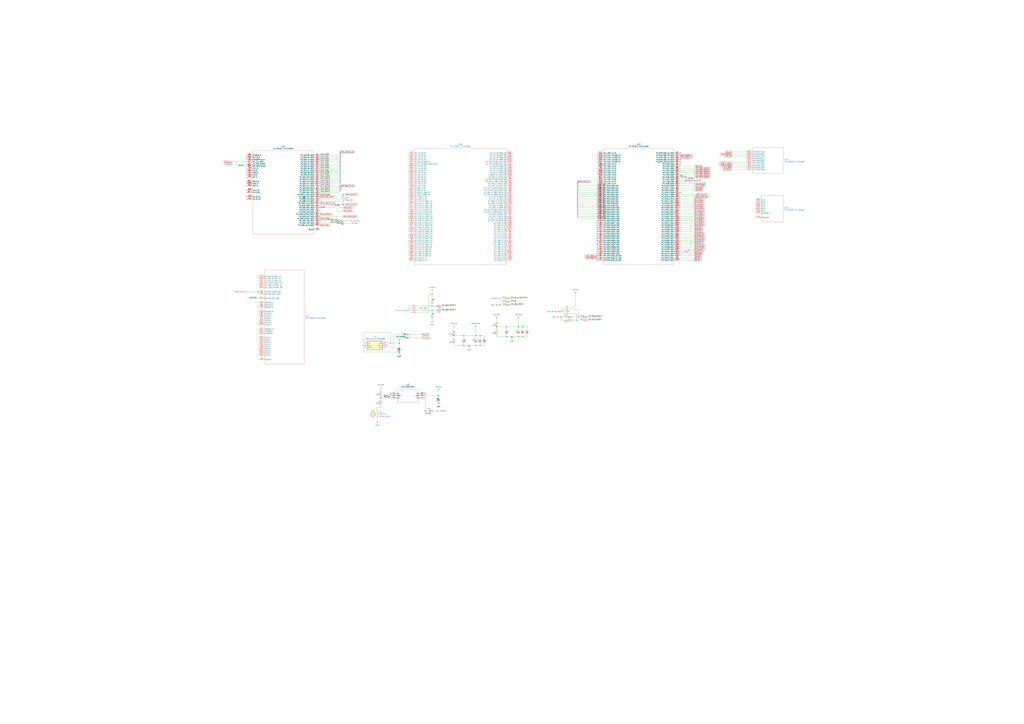
<source format=kicad_sch>
(kicad_sch (version 20231120) (generator "eeschema") (generator_version "8.0")
  (paper "A0")
  (junction (at 552.45 389.89))
  (junction (at 588.01 391.16))
  (junction (at 453.39 398.78))
  (junction (at 601.98 379.73))
  (junction (at 501.65 355.6))
  (junction (at 580.39 354.33))
  (junction (at 594.36 391.16))
  (junction (at 494.03 477.52))
  (junction (at 671.83 368.3))
  (junction (at 607.06 379.73))
  (junction (at 469.9 388.62))
  (junction (at 501.65 341.63))
  (junction (at 557.53 389.89))
  (junction (at 552.45 401.32))
  (junction (at 501.65 360.68))
  (junction (at 544.83 401.32))
  (junction (at 538.48 389.89))
  (junction (at 669.29 372.11))
  (junction (at 398.78 226.06))
  (junction (at 588.01 379.73))
  (junction (at 651.51 368.3))
  (junction (at 527.05 389.89))
  (junction (at 463.55 408.94))
  (junction (at 398.78 237.49))
  (junction (at 299.72 339.09))
  (junction (at 557.53 401.32))
  (junction (at 463.55 398.78))
  (junction (at 441.96 462.28))
  (junction (at 576.58 379.73))
  (junction (at 607.06 391.16))
  (junction (at 538.48 401.32))
  (junction (at 509.27 459.74))
  (junction (at 601.98 391.16))
  (no_connect (at 789.94 187.96))
  (no_connect (at 494.03 457.2))
  (no_connect (at 693.42 264.16))
  (no_connect (at 693.42 261.62))
  (no_connect (at 789.94 177.8))
  (no_connect (at 693.42 266.7))
  (no_connect (at 693.42 294.64))
  (no_connect (at 693.42 292.1))
  (no_connect (at 453.39 457.2))
  (no_connect (at 693.42 256.54))
  (no_connect (at 789.94 190.5))
  (no_connect (at 693.42 276.86))
  (no_connect (at 693.42 279.4))
  (no_connect (at 693.42 259.08))
  (no_connect (at 693.42 287.02))
  (no_connect (at 789.94 185.42))
  (no_connect (at 693.42 281.94))
  (no_connect (at 693.42 269.24))
  (no_connect (at 660.4 361.95))
  (no_connect (at 693.42 302.26))
  (no_connect (at 693.42 274.32))
  (no_connect (at 449.58 401.32))
  (no_connect (at 789.94 223.52))
  (no_connect (at 693.42 271.78))
  (no_connect (at 421.64 401.32))
  (no_connect (at 693.42 289.56))
  (no_connect (at 693.42 284.48))
  (bus_entry (at 670.56 223.52) (size 2.54 2.54))
  (bus_entry (at 670.56 248.92) (size 2.54 2.54))
  (bus_entry (at 394.97 210.82) (size -2.54 2.54))
  (bus_entry (at 670.56 231.14) (size 2.54 2.54))
  (bus_entry (at 394.97 187.96) (size -2.54 2.54))
  (bus_entry (at 394.97 180.34) (size -2.54 2.54))
  (bus_entry (at 670.56 241.3) (size 2.54 2.54))
  (bus_entry (at 394.97 205.74) (size -2.54 2.54))
  (bus_entry (at 394.97 203.2) (size -2.54 2.54))
  (bus_entry (at 670.56 233.68) (size 2.54 2.54))
  (bus_entry (at 394.97 208.28) (size -2.54 2.54))
  (bus_entry (at 670.56 226.06) (size 2.54 2.54))
  (bus_entry (at 670.56 238.76) (size 2.54 2.54))
  (bus_entry (at 394.97 182.88) (size -2.54 2.54))
  (bus_entry (at 394.97 193.04) (size -2.54 2.54))
  (bus_entry (at 394.97 218.44) (size -2.54 2.54))
  (bus_entry (at 670.56 236.22) (size 2.54 2.54))
  (bus_entry (at 670.56 213.36) (size 2.54 2.54))
  (bus_entry (at 670.56 246.38) (size 2.54 2.54))
  (bus_entry (at 670.56 228.6) (size 2.54 2.54))
  (bus_entry (at 394.97 200.66) (size -2.54 2.54))
  (bus_entry (at 394.97 213.36) (size -2.54 2.54))
  (bus_entry (at 670.56 243.84) (size 2.54 2.54))
  (bus_entry (at 394.97 177.8) (size -2.54 2.54))
  (bus_entry (at 394.97 220.98) (size -2.54 2.54))
  (bus_entry (at 394.97 198.12) (size -2.54 2.54))
  (bus_entry (at 670.56 215.9) (size 2.54 2.54))
  (bus_entry (at 670.56 220.98) (size 2.54 2.54))
  (bus_entry (at 394.97 190.5) (size -2.54 2.54))
  (bus_entry (at 394.97 195.58) (size -2.54 2.54))
  (bus_entry (at 394.97 185.42) (size -2.54 2.54))
  (bus_entry (at 394.97 215.9) (size -2.54 2.54))
  (bus_entry (at 670.56 251.46) (size 2.54 2.54))
  (bus_entry (at 670.56 218.44) (size 2.54 2.54))
  (wire (pts (xy 269.24 187.96) (xy 285.75 187.96)))
  (wire (pts (xy 591.82 354.33) (xy 605.79 354.33)))
  (wire (pts (xy 552.45 389.89) (xy 557.53 389.89)))
  (wire (pts (xy 673.1 243.84) (xy 693.42 243.84)))
  (wire (pts (xy 494.03 477.52) (xy 497.84 477.52)))
  (wire (pts (xy 538.48 398.78) (xy 538.48 401.32)))
  (wire (pts (xy 557.53 389.89) (xy 557.53 393.7)))
  (bus (pts (xy 670.56 228.6) (xy 670.56 231.14)))
  (bus (pts (xy 670.56 238.76) (xy 670.56 241.3)))
  (wire (pts (xy 557.53 398.78) (xy 557.53 401.32)))
  (wire (pts (xy 449.58 403.86) (xy 457.2 403.86)))
  (wire (pts (xy 866.14 179.07) (xy 849.63 179.07)))
  (wire (pts (xy 527.05 401.32) (xy 538.48 401.32)))
  (wire (pts (xy 393.7 241.3) (xy 398.78 241.3)))
  (wire (pts (xy 398.78 226.06) (xy 398.78 228.6)))
  (wire (pts (xy 588.01 391.16) (xy 594.36 391.16)))
  (wire (pts (xy 789.94 294.64) (xy 806.45 294.64)))
  (wire (pts (xy 673.1 220.98) (xy 693.42 220.98)))
  (wire (pts (xy 552.45 401.32) (xy 557.53 401.32)))
  (wire (pts (xy 668.02 341.63) (xy 668.02 356.87)))
  (wire (pts (xy 673.1 215.9) (xy 693.42 215.9)))
  (wire (pts (xy 511.81 355.6) (xy 525.78 355.6)))
  (wire (pts (xy 501.65 353.06) (xy 501.65 355.6)))
  (wire (pts (xy 552.45 389.89) (xy 552.45 393.7)))
  (wire (pts (xy 391.16 245.11) (xy 398.78 245.11)))
  (wire (pts (xy 576.58 379.73) (xy 576.58 383.54)))
  (wire (pts (xy 372.11 195.58) (xy 392.43 195.58)))
  (wire (pts (xy 562.61 398.78) (xy 562.61 401.32)))
  (wire (pts (xy 660.4 364.49) (xy 669.29 364.49)))
  (wire (pts (xy 372.11 241.3) (xy 391.16 241.3)))
  (wire (pts (xy 651.51 368.3) (xy 659.13 368.3)))
  (bus (pts (xy 670.56 246.38) (xy 670.56 248.92)))
  (wire (pts (xy 372.11 187.96) (xy 392.43 187.96)))
  (wire (pts (xy 591.82 346.71) (xy 605.79 346.71)))
  (wire (pts (xy 392.43 218.44) (xy 372.11 218.44)))
  (wire (pts (xy 557.53 401.32) (xy 562.61 401.32)))
  (wire (pts (xy 789.94 266.7) (xy 806.45 266.7)))
  (wire (pts (xy 372.11 213.36) (xy 392.43 213.36)))
  (wire (pts (xy 482.6 360.68) (xy 501.65 360.68)))
  (wire (pts (xy 612.14 379.73) (xy 612.14 383.54)))
  (wire (pts (xy 538.48 389.89) (xy 552.45 389.89)))
  (wire (pts (xy 789.94 210.82) (xy 806.45 210.82)))
  (bus (pts (xy 670.56 243.84) (xy 670.56 246.38)))
  (wire (pts (xy 789.94 274.32) (xy 806.45 274.32)))
  (wire (pts (xy 612.14 388.62) (xy 612.14 391.16)))
  (wire (pts (xy 580.39 354.33) (xy 586.74 354.33)))
  (wire (pts (xy 580.39 350.52) (xy 580.39 354.33)))
  (wire (pts (xy 789.94 233.68) (xy 806.45 233.68)))
  (wire (pts (xy 866.14 196.85) (xy 849.63 196.85)))
  (wire (pts (xy 651.51 372.11) (xy 659.13 372.11)))
  (wire (pts (xy 474.98 388.62) (xy 488.95 388.62)))
  (wire (pts (xy 789.94 279.4) (xy 806.45 279.4)))
  (wire (pts (xy 501.65 360.68) (xy 501.65 364.49)))
  (wire (pts (xy 441.96 469.9) (xy 441.96 473.71)))
  (wire (pts (xy 552.45 381) (xy 552.45 389.89)))
  (wire (pts (xy 421.64 403.86) (xy 421.64 408.94)))
  (wire (pts (xy 453.39 386.08) (xy 453.39 398.78)))
  (wire (pts (xy 673.1 233.68) (xy 693.42 233.68)))
  (bus (pts (xy 394.97 203.2) (xy 394.97 205.74)))
  (wire (pts (xy 789.94 261.62) (xy 806.45 261.62)))
  (wire (pts (xy 591.82 350.52) (xy 605.79 350.52)))
  (bus (pts (xy 394.97 218.44) (xy 394.97 220.98)))
  (wire (pts (xy 527.05 381) (xy 527.05 384.81)))
  (wire (pts (xy 396.24 231.14) (xy 372.11 231.14)))
  (bus (pts (xy 670.56 236.22) (xy 670.56 238.76)))
  (wire (pts (xy 664.21 372.11) (xy 669.29 372.11)))
  (wire (pts (xy 441.96 452.12) (xy 441.96 454.66)))
  (wire (pts (xy 669.29 372.11) (xy 676.91 372.11)))
  (wire (pts (xy 287.02 339.09) (xy 299.72 339.09)))
  (wire (pts (xy 576.58 370.84) (xy 576.58 374.65)))
  (wire (pts (xy 372.11 210.82) (xy 392.43 210.82)))
  (wire (pts (xy 372.11 198.12) (xy 392.43 198.12)))
  (wire (pts (xy 588.01 379.73) (xy 588.01 383.54)))
  (bus (pts (xy 670.56 218.44) (xy 670.56 220.98)))
  (wire (pts (xy 789.94 297.18) (xy 806.45 297.18)))
  (bus (pts (xy 394.97 195.58) (xy 394.97 198.12)))
  (wire (pts (xy 789.94 254) (xy 806.45 254)))
  (bus (pts (xy 394.97 210.82) (xy 394.97 213.36)))
  (wire (pts (xy 797.56 205.74) (xy 806.45 205.74)))
  (bus (pts (xy 394.97 187.96) (xy 394.97 190.5)))
  (wire (pts (xy 285.75 346.71) (xy 299.72 346.71)))
  (bus (pts (xy 394.97 198.12) (xy 394.97 200.66)))
  (wire (pts (xy 372.11 205.74) (xy 392.43 205.74)))
  (wire (pts (xy 372.11 190.5) (xy 392.43 190.5)))
  (bus (pts (xy 670.56 210.82) (xy 670.56 213.36)))
  (wire (pts (xy 372.11 200.66) (xy 392.43 200.66)))
  (wire (pts (xy 866.14 181.61) (xy 849.63 181.61)))
  (wire (pts (xy 557.53 389.89) (xy 562.61 389.89)))
  (wire (pts (xy 607.06 388.62) (xy 607.06 391.16)))
  (bus (pts (xy 670.56 220.98) (xy 670.56 223.52)))
  (wire (pts (xy 441.96 473.71) (xy 436.88 473.71)))
  (wire (pts (xy 398.78 233.68) (xy 398.78 237.49)))
  (wire (pts (xy 660.4 356.87) (xy 668.02 356.87)))
  (wire (pts (xy 651.51 368.3) (xy 651.51 372.11)))
  (wire (pts (xy 436.88 473.71) (xy 436.88 476.25)))
  (wire (pts (xy 562.61 389.89) (xy 562.61 393.7)))
  (wire (pts (xy 664.21 368.3) (xy 671.83 368.3)))
  (wire (pts (xy 673.1 236.22) (xy 693.42 236.22)))
  (wire (pts (xy 789.94 251.46) (xy 806.45 251.46)))
  (wire (pts (xy 789.94 231.14) (xy 806.45 231.14)))
  (wire (pts (xy 789.94 198.12) (xy 806.45 198.12)))
  (wire (pts (xy 494.03 477.52) (xy 494.03 483.87)))
  (bus (pts (xy 670.56 231.14) (xy 670.56 233.68)))
  (wire (pts (xy 789.94 276.86) (xy 806.45 276.86)))
  (wire (pts (xy 789.94 271.78) (xy 806.45 271.78)))
  (wire (pts (xy 789.94 264.16) (xy 806.45 264.16)))
  (wire (pts (xy 501.65 341.63) (xy 501.65 347.98)))
  (bus (pts (xy 670.56 223.52) (xy 670.56 226.06)))
  (wire (pts (xy 789.94 205.74) (xy 792.48 205.74)))
  (bus (pts (xy 394.97 215.9) (xy 394.97 218.44)))
  (wire (pts (xy 789.94 302.26) (xy 806.45 302.26)))
  (wire (pts (xy 673.1 231.14) (xy 693.42 231.14)))
  (wire (pts (xy 789.94 287.02) (xy 806.45 287.02)))
  (wire (pts (xy 673.1 228.6) (xy 693.42 228.6)))
  (wire (pts (xy 497.84 341.63) (xy 501.65 341.63)))
  (wire (pts (xy 501.65 339.09) (xy 501.65 341.63)))
  (wire (pts (xy 789.94 215.9) (xy 806.45 215.9)))
  (wire (pts (xy 436.88 476.25) (xy 438.15 476.25)))
  (wire (pts (xy 789.94 193.04) (xy 806.45 193.04)))
  (wire (pts (xy 438.15 486.41) (xy 438.15 488.95)))
  (wire (pts (xy 538.48 389.89) (xy 538.48 393.7)))
  (wire (pts (xy 474.98 392.43) (xy 488.95 392.43)))
  (wire (pts (xy 648.97 368.3) (xy 651.51 368.3)))
  (wire (pts (xy 789.94 203.2) (xy 806.45 203.2)))
  (wire (pts (xy 299.72 339.09) (xy 299.72 341.63)))
  (wire (pts (xy 469.9 388.62) (xy 469.9 392.43)))
  (wire (pts (xy 789.94 248.92) (xy 806.45 248.92)))
  (wire (pts (xy 396.24 237.49) (xy 396.24 233.68)))
  (wire (pts (xy 285.75 190.5) (xy 269.24 190.5)))
  (bus (pts (xy 394.97 176.53) (xy 394.97 177.8)))
  (wire (pts (xy 588.01 379.73) (xy 601.98 379.73)))
  (wire (pts (xy 789.94 195.58) (xy 806.45 195.58)))
  (wire (pts (xy 502.92 477.52) (xy 506.73 477.52)))
  (wire (pts (xy 449.58 398.78) (xy 453.39 398.78)))
  (wire (pts (xy 275.59 193.04) (xy 285.75 193.04)))
  (wire (pts (xy 601.98 388.62) (xy 601.98 391.16)))
  (wire (pts (xy 798.83 292.1) (xy 806.45 292.1)))
  (wire (pts (xy 789.94 284.48) (xy 806.45 284.48)))
  (bus (pts (xy 394.97 185.42) (xy 394.97 187.96)))
  (wire (pts (xy 372.11 220.98) (xy 392.43 220.98)))
  (wire (pts (xy 372.11 259.08) (xy 391.16 259.08)))
  (wire (pts (xy 673.1 238.76) (xy 693.42 238.76)))
  (wire (pts (xy 372.11 238.76) (xy 393.7 238.76)))
  (wire (pts (xy 576.58 379.73) (xy 588.01 379.73)))
  (wire (pts (xy 601.98 379.73) (xy 607.06 379.73)))
  (wire (pts (xy 789.94 246.38) (xy 806.45 246.38)))
  (wire (pts (xy 581.66 346.71) (xy 586.74 346.71)))
  (wire (pts (xy 789.94 200.66) (xy 806.45 200.66)))
  (wire (pts (xy 866.14 191.77) (xy 849.63 191.77)))
  (bus (pts (xy 670.56 226.06) (xy 670.56 228.6)))
  (wire (pts (xy 681.99 368.3) (xy 695.96 368.3)))
  (wire (pts (xy 372.11 182.88) (xy 392.43 182.88)))
  (bus (pts (xy 394.97 190.5) (xy 394.97 193.04)))
  (wire (pts (xy 789.94 243.84) (xy 806.45 243.84)))
  (wire (pts (xy 586.74 350.52) (xy 580.39 350.52)))
  (wire (pts (xy 866.14 189.23) (xy 849.63 189.23)))
  (wire (pts (xy 671.83 368.3) (xy 676.91 368.3)))
  (wire (pts (xy 393.7 238.76) (xy 393.7 241.3)))
  (wire (pts (xy 463.55 398.78) (xy 463.55 403.86)))
  (wire (pts (xy 482.6 355.6) (xy 501.65 355.6)))
  (wire (pts (xy 482.6 358.14) (xy 487.68 358.14)))
  (wire (pts (xy 463.55 396.24) (xy 463.55 398.78)))
  (wire (pts (xy 789.94 256.54) (xy 806.45 256.54)))
  (wire (pts (xy 673.1 248.92) (xy 693.42 248.92)))
  (wire (pts (xy 457.2 388.62) (xy 469.9 388.62)))
  (wire (pts (xy 372.11 193.04) (xy 392.43 193.04)))
  (wire (pts (xy 372.11 256.54) (xy 391.16 256.54)))
  (wire (pts (xy 588.01 388.62) (xy 588.01 391.16)))
  (wire (pts (xy 421.64 398.78) (xy 421.64 386.08)))
  (wire (pts (xy 577.85 354.33) (xy 580.39 354.33)))
  (wire (pts (xy 396.24 259.08) (xy 407.67 259.08)))
  (wire (pts (xy 789.94 208.28) (xy 806.45 208.28)))
  (wire (pts (xy 607.06 379.73) (xy 607.06 383.54)))
  (bus (pts (xy 394.97 220.98) (xy 394.97 222.25)))
  (bus (pts (xy 394.97 205.74) (xy 394.97 208.28)))
  (wire (pts (xy 497.84 363.22) (xy 497.84 341.63)))
  (wire (pts (xy 527.05 398.78) (xy 527.05 401.32)))
  (bus (pts (xy 670.56 215.9) (xy 670.56 218.44)))
  (wire (pts (xy 660.4 359.41) (xy 671.83 359.41)))
  (bus (pts (xy 670.56 248.92) (xy 670.56 251.46)))
  (wire (pts (xy 673.1 251.46) (xy 693.42 251.46)))
  (wire (pts (xy 789.94 220.98) (xy 806.45 220.98)))
  (wire (pts (xy 441.96 462.28) (xy 453.39 462.28)))
  (wire (pts (xy 421.64 408.94) (xy 463.55 408.94)))
  (wire (pts (xy 501.65 355.6) (xy 506.73 355.6)))
  (wire (pts (xy 401.32 237.49) (xy 398.78 237.49)))
  (wire (pts (xy 501.65 360.68) (xy 506.73 360.68)))
  (bus (pts (xy 670.56 233.68) (xy 670.56 236.22)))
  (wire (pts (xy 398.78 226.06) (xy 396.24 226.06)))
  (wire (pts (xy 866.14 194.31) (xy 849.63 194.31)))
  (wire (pts (xy 441.96 459.74) (xy 441.96 462.28)))
  (wire (pts (xy 372.11 208.28) (xy 392.43 208.28)))
  (wire (pts (xy 396.24 226.06) (xy 396.24 231.14)))
  (bus (pts (xy 394.97 193.04) (xy 394.97 195.58)))
  (wire (pts (xy 789.94 269.24) (xy 806.45 269.24)))
  (wire (pts (xy 538.48 401.32) (xy 544.83 401.32)))
  (bus (pts (xy 394.97 208.28) (xy 394.97 210.82)))
  (wire (pts (xy 789.94 228.6) (xy 806.45 228.6)))
  (bus (pts (xy 670.56 213.36) (xy 670.56 215.9)))
  (wire (pts (xy 671.83 359.41) (xy 671.83 368.3)))
  (wire (pts (xy 509.27 459.74) (xy 509.27 462.28)))
  (bus (pts (xy 670.56 241.3) (xy 670.56 243.84)))
  (wire (pts (xy 789.94 299.72) (xy 806.45 299.72)))
  (wire (pts (xy 544.83 401.32) (xy 552.45 401.32)))
  (wire (pts (xy 789.94 238.76) (xy 806.45 238.76)))
  (wire (pts (xy 552.45 398.78) (xy 552.45 401.32)))
  (wire (pts (xy 396.24 256.54) (xy 406.4 256.54)))
  (wire (pts (xy 576.58 391.16) (xy 588.01 391.16)))
  (wire (pts (xy 457.2 403.86) (xy 457.2 388.62)))
  (wire (pts (xy 789.94 218.44) (xy 806.45 218.44)))
  (wire (pts (xy 391.16 241.3) (xy 391.16 245.11)))
  (wire (pts (xy 669.29 364.49) (xy 669.29 372.11)))
  (wire (pts (xy 789.94 259.08) (xy 806.45 259.08)))
  (wire (pts (xy 673.1 218.44) (xy 693.42 218.44)))
  (wire (pts (xy 527.05 389.89) (xy 527.05 393.7)))
  (bus (pts (xy 394.97 200.66) (xy 394.97 203.2)))
  (wire (pts (xy 372.11 223.52) (xy 392.43 223.52)))
  (wire (pts (xy 482.6 363.22) (xy 497.84 363.22)))
  (bus (pts (xy 394.97 180.34) (xy 394.97 182.88)))
  (bus (pts (xy 394.97 182.88) (xy 394.97 185.42)))
  (wire (pts (xy 494.03 459.74) (xy 509.27 459.74)))
  (wire (pts (xy 401.32 226.06) (xy 398.78 226.06)))
  (wire (pts (xy 372.11 203.2) (xy 392.43 203.2)))
  (wire (pts (xy 372.11 180.34) (xy 392.43 180.34)))
  (wire (pts (xy 509.27 454.66) (xy 509.27 459.74)))
  (wire (pts (xy 789.94 213.36) (xy 806.45 213.36)))
  (wire (pts (xy 673.1 254) (xy 693.42 254)))
  (wire (pts (xy 789.94 226.06) (xy 806.45 226.06)))
  (wire (pts (xy 789.94 289.56) (xy 806.45 289.56)))
  (wire (pts (xy 673.1 246.38) (xy 693.42 246.38)))
  (wire (pts (xy 511.81 360.68) (xy 525.78 360.68)))
  (wire (pts (xy 398.78 237.49) (xy 396.24 237.49)))
  (wire (pts (xy 681.99 372.11) (xy 695.96 372.11)))
  (wire (pts (xy 372.11 185.42) (xy 392.43 185.42)))
  (wire (pts (xy 601.98 370.84) (xy 601.98 379.73)))
  (wire (pts (xy 789.94 241.3) (xy 806.45 241.3)))
  (wire (pts (xy 866.14 176.53) (xy 849.63 176.53)))
  (wire (pts (xy 421.64 386.08) (xy 453.39 386.08)))
  (wire (pts (xy 494.03 462.28) (xy 494.03 477.52)))
  (wire (pts (xy 601.98 391.16) (xy 607.06 391.16)))
  (wire (pts (xy 396.24 233.68) (xy 372.11 233.68)))
  (bus (pts (xy 394.97 177.8) (xy 394.97 180.34)))
  (wire (pts (xy 501.65 369.57) (xy 501.65 372.11)))
  (wire (pts (xy 576.58 388.62) (xy 576.58 391.16)))
  (wire (pts (xy 789.94 281.94) (xy 806.45 281.94)))
  (wire (pts (xy 673.1 226.06) (xy 693.42 226.06)))
  (wire (pts (xy 673.1 223.52) (xy 693.42 223.52)))
  (wire (pts (xy 441.96 462.28) (xy 441.96 464.82)))
  (wire (pts (xy 789.94 292.1) (xy 793.75 292.1)))
  (wire (pts (xy 673.1 241.3) (xy 693.42 241.3)))
  (bus (pts (xy 670.56 251.46) (xy 670.56 252.73)))
  (wire (pts (xy 372.11 251.46) (xy 398.78 251.46)))
  (wire (pts (xy 527.05 389.89) (xy 538.48 389.89)))
  (wire (pts (xy 607.06 391.16) (xy 612.14 391.16)))
  (wire (pts (xy 372.11 215.9) (xy 392.43 215.9)))
  (wire (pts (xy 607.06 379.73) (xy 612.14 379.73)))
  (wire (pts (xy 594.36 391.16) (xy 601.98 391.16)))
  (wire (pts (xy 601.98 379.73) (xy 601.98 383.54)))
  (wire (pts (xy 789.94 236.22) (xy 806.45 236.22)))
  (wire (pts (xy 453.39 398.78) (xy 463.55 398.78)))
  (label "MEM_BANK0" (at 372.11 218.44 0))
  (label "MEM_BANK2" (at 372.11 223.52 0))
  (label "MEM_ADD9" (at 372.11 203.2 0))
  (label "MEM_ADD3" (at 372.11 187.96 0))
  (label "DDR3_D12" (at 693.42 246.38 0))
  (label "DDR3_D14" (at 693.42 251.46 0))
  (label "MEM_ADD8" (at 372.11 200.66 0))
  (label "MEM_ADD14" (at 372.11 215.9 0))
  (label "MEM_ADD2" (at 372.11 185.42 0))
  (label "VCFG0" (at 593.09 350.52 0))
  (label "DDR3_D5" (at 693.42 228.6 0))
  (label "MEM_DM0" (at 388.62 238.76 0) (effects (font (size 0.762 0.762))))
  (label "DDR3_D8" (at 693.42 236.22 0))
  (label "SPI_SCLK_FB{slash}VCFG1" (at 795.02 210.82 0))
  (label "DDR3_D2" (at 693.42 220.98 0))
  (label "SPI_SCK{slash}MODE4" (at 683.26 372.11 0))
  (label "MEM_ADD13" (at 372.11 213.36 0))
  (label "AR_RST" (at 494.03 481.33 0))
  (label "MEM_DM1" (at 372.11 241.3 0) (effects (font (size 0.762 0.762))))
  (label "SPI_DQ2{slash}MODE2" (at 513.08 360.68 0))
  (label "MEM_ADD1" (at 372.11 182.88 0))
  (label "DDR3_D3" (at 693.42 223.52 0))
  (label "SPI_DQ3{slash}MODE0" (at 513.08 355.6 0))
  (label "MEM_BANK1" (at 372.11 220.98 0))
  (label "MEM_ADD7" (at 372.11 198.12 0))
  (label "SPI_DQ0{slash}MODE3" (at 683.26 368.3 0))
  (label "DDR3_D10" (at 693.42 241.3 0))
  (label "DDR_VRP" (at 383.54 259.08 0))
  (label "DDR3_D9" (at 693.42 238.76 0))
  (label "DDR3_D4" (at 693.42 226.06 0))
  (label "DDR3_D1" (at 693.42 218.44 0))
  (label "DDR3_D11" (at 693.42 243.84 0))
  (label "VREF0V9" (at 289.56 346.71 0))
  (label "PS_RST" (at 276.86 193.04 0) (effects (font (size 1.016 1.016))))
  (label "DDR_VRN" (at 383.54 256.54 0))
  (label "DDR3_D7" (at 693.42 233.68 0))
  (label "DDR3_D13" (at 693.42 248.92 0))
  (label "MEM_ADD10" (at 372.11 205.74 0))
  (label "SPI_DQ1{slash}MODE1" (at 593.09 354.33 0))
  (label "DDR3_D0" (at 693.42 215.9 0))
  (label "DDR3_D6" (at 693.42 231.14 0))
  (label "SPI_SCLK_FB{slash}VCFG1" (at 593.09 346.71 0))
  (label "VCFG0" (at 798.83 208.28 0))
  (label "MEM_ADD0" (at 372.11 180.34 0))
  (label "MEM_ADD4" (at 372.11 190.5 0))
  (label "MEM_ADD12" (at 372.11 210.82 0))
  (label "DDR3_D15" (at 693.42 254 0))
  (label "MEM_ADD5" (at 372.11 193.04 0))
  (label "MEM_ADD6" (at 372.11 195.58 0))
  (label "PS_RST" (at 445.77 462.28 0))
  (label "MEM_ADD11" (at 372.11 208.28 0))
  (global_label "OTG_DATA5" (shape output) (at 806.45 284.48 0) (property "Intersheetrefs" "${INTERSHEET_REFS}" (effects (hide yes))))
  (global_label "MEM_CLK0_N" (shape output) (at 401.32 226.06 0) (property "Intersheetrefs" "${INTERSHEET_REFS}" (effects (hide yes))))
  (global_label "OTG_DATA7" (shape output) (at 806.45 289.56 0) (property "Intersheetrefs" "${INTERSHEET_REFS}" (effects (hide yes))))
  (global_label "UART_RXD_OUT" (shape input) (at 806.45 228.6 0) (property "Intersheetrefs" "${INTERSHEET_REFS}" (effects (hide yes))))
  (global_label "MEM_RESET#" (shape output) (at 372.11 248.92 0) (property "Intersheetrefs" "${INTERSHEET_REFS}" (effects (hide yes))))
  (global_label "SPI_DQ1{slash}MODE1" (shape input) (at 806.45 198.12 0) (property "Intersheetrefs" "${INTERSHEET_REFS}" (effects (hide yes))))
  (global_label "ETH_RXD1" (shape output) (at 806.45 251.46 0) (property "Intersheetrefs" "${INTERSHEET_REFS}" (effects (hide yes))))
  (global_label "ETH_TXCK" (shape output) (at 806.45 231.14 0) (property "Intersheetrefs" "${INTERSHEET_REFS}" (effects (hide yes))))
  (global_label "ETH_MDC" (shape output) (at 849.63 194.31 180) (property "Intersheetrefs" "${INTERSHEET_REFS}" (effects (hide yes))))
  (global_label "OTG_RESETN" (shape output) (at 849.63 179.07 180) (property "Intersheetrefs" "${INTERSHEET_REFS}" (effects (hide yes))))
  (global_label "PG_ALL" (shape output) (at 269.24 190.5 180) (property "Intersheetrefs" "${INTERSHEET_REFS}" (effects (hide yes))))
  (global_label "DDR3_D[15..0]" (shape output) (at 670.56 210.82 0) (property "Intersheetrefs" "${INTERSHEET_REFS}" (effects (hide yes))))
  (global_label "MEM_DQS1_P" (shape output) (at 789.94 182.88 0) (property "Intersheetrefs" "${INTERSHEET_REFS}" (effects (hide yes))))
  (global_label "MEM_DQS0_N" (shape output) (at 693.42 297.18 180) (property "Intersheetrefs" "${INTERSHEET_REFS}" (effects (hide yes))))
  (global_label "SD_D2" (shape output) (at 806.45 302.26 0) (property "Intersheetrefs" "${INTERSHEET_REFS}" (effects (hide yes))))
  (global_label "MEM_RAS#" (shape output) (at 372.11 254 0) (property "Intersheetrefs" "${INTERSHEET_REFS}" (effects (hide yes))))
  (global_label "ETH_RXD1" (shape output) (at 849.63 196.85 180) (property "Intersheetrefs" "${INTERSHEET_REFS}" (effects (hide yes))))
  (global_label "UART_TXD_IN" (shape input) (at 806.45 226.06 0) (property "Intersheetrefs" "${INTERSHEET_REFS}" (effects (hide yes))))
  (global_label "MEM_CLK0_P" (shape output) (at 401.32 237.49 0) (property "Intersheetrefs" "${INTERSHEET_REFS}" (effects (hide yes))))
  (global_label "ETH_RXCTL" (shape output) (at 806.45 259.08 0) (property "Intersheetrefs" "${INTERSHEET_REFS}" (effects (hide yes))))
  (global_label "SD_D0" (shape output) (at 806.45 297.18 0) (property "Intersheetrefs" "${INTERSHEET_REFS}" (effects (hide yes))))
  (global_label "OTG_DATA6" (shape output) (at 806.45 287.02 0) (property "Intersheetrefs" "${INTERSHEET_REFS}" (effects (hide yes))))
  (global_label "MEM_DQS0_P" (shape output) (at 789.94 180.34 0) (property "Intersheetrefs" "${INTERSHEET_REFS}" (effects (hide yes))))
  (global_label "SD_D3" (shape output) (at 849.63 176.53 180) (property "Intersheetrefs" "${INTERSHEET_REFS}" (effects (hide yes))))
  (global_label "OTG_DATA2" (shape output) (at 806.45 276.86 0) (property "Intersheetrefs" "${INTERSHEET_REFS}" (effects (hide yes))))
  (global_label "ETH_TXD0" (shape output) (at 806.45 233.68 0) (property "Intersheetrefs" "${INTERSHEET_REFS}" (effects (hide yes))))
  (global_label "PS_CLK" (shape input) (at 488.95 388.62 0) (property "Intersheetrefs" "${INTERSHEET_REFS}" (effects (hide yes))))
  (global_label "ETH_TXD2" (shape output) (at 806.45 238.76 0) (property "Intersheetrefs" "${INTERSHEET_REFS}" (effects (hide yes))))
  (global_label "OTG_DATA0" (shape output) (at 806.45 271.78 0) (property "Intersheetrefs" "${INTERSHEET_REFS}" (effects (hide yes))))
  (global_label "OTG_DATA4" (shape output) (at 806.45 261.62 0) (property "Intersheetrefs" "${INTERSHEET_REFS}" (effects (hide yes))))
  (global_label "ETH_RST_B" (shape input) (at 806.45 213.36 0) (property "Intersheetrefs" "${INTERSHEET_REFS}" (effects (hide yes))))
  (global_label "PS_CLK" (shape input) (at 269.24 187.96 180) (property "Intersheetrefs" "${INTERSHEET_REFS}" (effects (hide yes))))
  (global_label "ETH_TXD3" (shape output) (at 806.45 241.3 0) (property "Intersheetrefs" "${INTERSHEET_REFS}" (effects (hide yes))))
  (global_label "SPI_SCK{slash}MODE4" (shape input) (at 806.45 205.74 0) (property "Intersheetrefs" "${INTERSHEET_REFS}" (effects (hide yes))))
  (global_label "OTG_STP" (shape output) (at 806.45 266.7 0) (property "Intersheetrefs" "${INTERSHEET_REFS}" (effects (hide yes))))
  (global_label "SPI_DQ3{slash}MODE0" (shape input) (at 806.45 203.2 0) (property "Intersheetrefs" "${INTERSHEET_REFS}" (effects (hide yes))))
  (global_label "ETH_RXD0" (shape output) (at 806.45 248.92 0) (property "Intersheetrefs" "${INTERSHEET_REFS}" (effects (hide yes))))
  (global_label "SD_D1" (shape output) (at 806.45 299.72 0) (property "Intersheetrefs" "${INTERSHEET_REFS}" (effects (hide yes))))
  (global_label "ETH_CLK" (shape input) (at 488.95 392.43 0) (property "Intersheetrefs" "${INTERSHEET_REFS}" (effects (hide yes))))
  (global_label "MEM_DM0" (shape output) (at 398.78 245.11 0) (property "Intersheetrefs" "${INTERSHEET_REFS}" (effects (hide yes))))
  (global_label "SPI_DQ0{slash}MODE3" (shape input) (at 806.45 195.58 0) (property "Intersheetrefs" "${INTERSHEET_REFS}" (effects (hide yes))))
  (global_label "MEM_ADD[15..0]" (shape output) (at 394.97 176.53 0) (property "Intersheetrefs" "${INTERSHEET_REFS}" (effects (hide yes))))
  (global_label "OTG_DATA3" (shape output) (at 806.45 279.4 0) (property "Intersheetrefs" "${INTERSHEET_REFS}" (effects (hide yes))))
  (global_label "HDMI_TX_SDA" (shape output) (at 849.63 191.77 180) (property "Intersheetrefs" "${INTERSHEET_REFS}" (effects (hide yes))))
  (global_label "MEM_CAS#" (shape output) (at 372.11 226.06 0) (property "Intersheetrefs" "${INTERSHEET_REFS}" (effects (hide yes))))
  (global_label "ETH_RXCK" (shape output) (at 806.45 246.38 0) (property "Intersheetrefs" "${INTERSHEET_REFS}" (effects (hide yes))))
  (global_label "MEM_WE#" (shape output) (at 372.11 261.62 0) (property "Intersheetrefs" "${INTERSHEET_REFS}" (effects (hide yes))))
  (global_label "SD_CCLK" (shape output) (at 806.45 292.1 0) (property "Intersheetrefs" "${INTERSHEET_REFS}" (effects (hide yes))))
  (global_label "SD_CD" (shape output) (at 849.63 181.61 180) (property "Intersheetrefs" "${INTERSHEET_REFS}" (effects (hide yes))))
  (global_label "MEM_DM1" (shape output) (at 398.78 241.3 0) (property "Intersheetrefs" "${INTERSHEET_REFS}" (effects (hide yes))))
  (global_label "MEM_BANK[2..0]" (shape output) (at 394.97 215.9 0) (property "Intersheetrefs" "${INTERSHEET_REFS}" (effects (hide yes))))
  (global_label "MEM_DQS1_N" (shape output) (at 693.42 299.72 180) (property "Intersheetrefs" "${INTERSHEET_REFS}" (effects (hide yes))))
  (global_label "SPI_CS" (shape input) (at 806.45 193.04 0) (property "Intersheetrefs" "${INTERSHEET_REFS}" (effects (hide yes))))
  (global_label "OTG_DATA1" (shape output) (at 806.45 274.32 0) (property "Intersheetrefs" "${INTERSHEET_REFS}" (effects (hide yes))))
  (global_label "MEM_MA0_CS_L0" (shape output) (at 372.11 236.22 0) (property "Intersheetrefs" "${INTERSHEET_REFS}" (effects (hide yes))))
  (global_label "SPI_DQ2{slash}MODE2" (shape input) (at 806.45 200.66 0) (property "Intersheetrefs" "${INTERSHEET_REFS}" (effects (hide yes))))
  (global_label "ETH_TXD1" (shape output) (at 806.45 236.22 0) (property "Intersheetrefs" "${INTERSHEET_REFS}" (effects (hide yes))))
  (global_label "AR_RST" (shape input) (at 806.45 220.98 0) (property "Intersheetrefs" "${INTERSHEET_REFS}" (effects (hide yes))))
  (global_label "ETH_TXCTL" (shape output) (at 806.45 243.84 0) (property "Intersheetrefs" "${INTERSHEET_REFS}" (effects (hide yes))))
  (global_label "ETH_RXD3" (shape output) (at 806.45 256.54 0) (property "Intersheetrefs" "${INTERSHEET_REFS}" (effects (hide yes))))
  (global_label "OTG_OC" (shape input) (at 806.45 218.44 0) (property "Intersheetrefs" "${INTERSHEET_REFS}" (effects (hide yes))))
  (global_label "OTG_NXT" (shape output) (at 806.45 269.24 0) (property "Intersheetrefs" "${INTERSHEET_REFS}" (effects (hide yes))))
  (global_label "ETH_RXD2" (shape output) (at 806.45 254 0) (property "Intersheetrefs" "${INTERSHEET_REFS}" (effects (hide yes))))
  (global_label "MEM_MA0_CKE0" (shape output) (at 372.11 228.6 0) (property "Intersheetrefs" "${INTERSHEET_REFS}" (effects (hide yes))))
  (global_label "ETH_INT_B" (shape input) (at 806.45 215.9 0) (property "Intersheetrefs" "${INTERSHEET_REFS}" (effects (hide yes))))
  (global_label "SD_CMD" (shape output) (at 806.45 294.64 0) (property "Intersheetrefs" "${INTERSHEET_REFS}" (effects (hide yes))))
  (global_label "OTG_CLK" (shape output) (at 806.45 281.94 0) (property "Intersheetrefs" "${INTERSHEET_REFS}" (effects (hide yes))))
  (global_label "HDMI_TX_SCL" (shape output) (at 849.63 189.23 180) (property "Intersheetrefs" "${INTERSHEET_REFS}" (effects (hide yes))))
  (global_label "OTG_DIR" (shape output) (at 806.45 264.16 0) (property "Intersheetrefs" "${INTERSHEET_REFS}" (effects (hide yes))))
  (global_label "MEM_MA0_ODT0" (shape output) (at 398.78 251.46 0) (property "Intersheetrefs" "${INTERSHEET_REFS}" (effects (hide yes))))
  (symbol (lib_id "Device:R_Small") (at 576.58 377.19 0) (unit 1)
    (property "Reference" "R17" (at 575.31 378.46 0) (effects (justify right)))
    (property "Value" "1k 1%" (at 575.31 377.19 0) (effects (font (size 0.254 0.254)) (justify right)))
    (property "Description" "Resistor, small symbol" (effects (hide yes)))
  )
  (symbol (lib_id "power:VCC") (at 509.27 454.66 0) (unit 1)
    (property "Reference" "#PWR018" (effects (hide yes)))
    (property "Value" "VCC3V3" (at 509.27 449.58 0))
    (property "Description" "Power symbol creates a global label with name \"VCC\"" (effects (hide yes)))
  )
  (symbol (lib_id "power:GND") (at 648.97 368.3 270) (unit 1)
    (property "Reference" "#PWR09" (effects (hide yes)))
    (property "Value" "GND" (at 645.16 368.2999 90) (effects (justify right)))
    (property "Description" "Power symbol creates a global label with name \"GND\" , ground" (effects (hide yes)))
  )
  (symbol (lib_id "Device:R_Small") (at 393.7 256.54 270) (unit 1)
    (property "Reference" "R1" (at 397.51 257.81 90))
    (property "Value" "80.6 1%" (at 393.7 256.54 90) (effects (font (size 0.254 0.254))))
    (property "Description" "Resistor, small symbol" (effects (hide yes)))
  )
  (symbol (lib_id "power:VCC") (at 506.73 477.52 270) (unit 1)
    (property "Reference" "#PWR021" (effects (hide yes)))
    (property "Value" "VCC3V3" (at 510.54 477.5199 90) (effects (justify left)))
    (property "Description" "Power symbol creates a global label with name \"VCC\"" (effects (hide yes)))
  )
  (symbol (lib_id "Simulation_SPICE:SWITCH") (at 438.15 481.33 0) (unit 1)
    (property "Reference" "S1" (at 440.69 478.6629 0) (effects (justify left)))
    (property "Value" "SWITCH" (at 440.69 481.2029 0) (effects (justify left)))
    (property "Datasheet" "https://ngspice.sourceforge.io/docs/ngspice-html-manual/manual.xhtml#subsec_Switches" (effects (hide yes)))
    (property "Description" "Voltage controlled switch symbol for simulation only" (effects (hide yes)))
    (property "Sim.Device" "SW" (effects (hide yes)))
    (property "Sim.Type" "V" (effects (hide yes)))
    (property "Sim.Params" "thr=0 ron=1" (at 440.69 483.7429 0) (effects (justify left)))
    (property "Sim.Pins" "1=no+ 2=no- 3=ctrl+ 4=ctrl-" (effects (hide yes)))
  )
  (symbol (lib_id "power:VCC") (at 501.65 339.09 0) (unit 1)
    (property "Reference" "#PWR07" (effects (hide yes)))
    (property "Value" "VCC3V3" (at 501.65 334.01 0))
    (property "Description" "Power symbol creates a global label with name \"VCC\"" (effects (hide yes)))
  )
  (symbol (lib_id "Device:R_Small") (at 661.67 372.11 270) (unit 1)
    (property "Reference" "R13" (at 659.13 373.38 90) (effects (justify right)))
    (property "Value" "1k 1%" (at 661.67 372.11 90) (effects (font (size 0.254 0.254)) (justify right)))
    (property "Description" "Resistor, small symbol" (effects (hide yes)))
  )
  (symbol (lib_id "Device:R_Small") (at 509.27 360.68 90) (unit 1)
    (property "Reference" "R7" (at 510.54 363.22 90))
    (property "Value" "20k 1%" (at 509.27 360.68 90) (effects (font (size 0.254 0.254))))
    (property "Description" "Resistor, small symbol" (effects (hide yes)))
  )
  (symbol (lib_id "power:VCC") (at 463.55 396.24 0) (unit 1)
    (property "Reference" "#PWR024" (effects (hide yes)))
    (property "Value" "VCC3V3" (at 463.55 391.16 0))
    (property "Description" "Power symbol creates a global label with name \"VCC\"" (effects (hide yes)))
  )
  (symbol (lib_id "power:GND") (at 501.65 372.11 0) (unit 1)
    (property "Reference" "#PWR06" (effects (hide yes)))
    (property "Value" "GND" (at 501.65 377.19 0))
    (property "Description" "Power symbol creates a global label with name \"GND\" , ground" (effects (hide yes)))
  )
  (symbol (lib_id "2025-02-08_12-13-43:XC7Z020-1CLG400C") (at 299.72 321.31 0) (unit 5)
    (property "Reference" "U1" (at 354.33 367.0299 0) (effects (font (size 1.524 1.524)) (justify left)))
    (property "Value" "XC7Z020-1CLG400C" (at 354.33 369.5699 0) (effects (font (size 1.524 1.524)) (justify left)))
    (property "Footprint" "CLG400_ZYNQ-7000_XIL" (effects (hide yes)))
    (property "Datasheet" "XC7Z020-1CLG400C" (effects (hide yes)))
  )
  (symbol (lib_id "Device:C_Small") (at 607.06 386.08 0) (unit 1)
    (property "Reference" "C3" (at 604.52 384.81 0) (effects (justify left)))
    (property "Value" "0.1uF 16V" (at 604.52 387.35 0) (effects (font (size 0.254 0.254)) (justify left)))
    (property "Description" "Unpolarized capacitor, small symbol" (effects (hide yes)))
  )
  (symbol (lib_id "power:GND") (at 407.67 259.08 90) (unit 1)
    (property "Reference" "#PWR02" (effects (hide yes)))
    (property "Value" "GND" (at 411.48 259.0799 90) (effects (justify right)))
    (property "Description" "Power symbol creates a global label with name \"GND\" , ground" (effects (hide yes)))
  )
  (symbol (lib_id "Device:R_Small") (at 509.27 355.6 90) (unit 1)
    (property "Reference" "R6" (at 510.54 358.14 90))
    (property "Value" "20k 1%" (at 509.27 355.6 90) (effects (font (size 0.254 0.254))))
    (property "Description" "Resistor, small symbol" (effects (hide yes)))
  )
  (symbol (lib_id "Device:C_Small") (at 601.98 386.08 0) (unit 1)
    (property "Reference" "C2" (at 598.17 384.81 0) (effects (justify left)))
    (property "Value" "0.01uF 25V" (at 599.44 387.35 0) (effects (font (size 0.254 0.254)) (justify left)))
    (property "Description" "Unpolarized capacitor, small symbol" (effects (hide yes)))
  )
  (symbol (lib_id "power:VCC") (at 406.4 256.54 270) (unit 1)
    (property "Reference" "#PWR04" (effects (hide yes)))
    (property "Value" "VCC1V5" (at 410.21 256.5399 90) (effects (justify left)))
    (property "Description" "Power symbol creates a global label with name \"VCC\"" (effects (hide yes)))
  )
  (symbol (lib_id "power:VCC") (at 581.66 346.71 90) (unit 1)
    (property "Reference" "#PWR010" (effects (hide yes)))
    (property "Value" "VCC3V3" (at 577.85 346.7099 90) (effects (justify left)))
    (property "Description" "Power symbol creates a global label with name \"VCC\"" (effects (hide yes)))
  )
  (symbol (lib_id "power:GND") (at 453.39 459.74 270) (unit 1)
    (property "Reference" "#PWR020" (effects (hide yes)))
    (property "Value" "GND" (at 449.58 459.7399 90) (effects (justify right)))
    (property "Description" "Power symbol creates a global label with name \"GND\" , ground" (effects (hide yes)))
  )
  (symbol (lib_id "Device:R_Small") (at 795.02 205.74 90) (unit 1)
    (property "Reference" "R5" (at 791.21 204.47 90))
    (property "Value" "0" (at 795.02 205.74 90) (effects (font (size 0.254 0.254))))
    (property "Description" "Resistor, small symbol" (effects (hide yes)))
  )
  (symbol (lib_id "DSC1121CE5-050_0000:DSC1121CE5-050.0000") (at 421.64 398.78 0) (unit 1)
    (property "Reference" "Y1" (at 435.61 391.16 0))
    (property "Value" "DSC1121CE5-050.0000" (at 435.61 393.7 0))
    (property "Footprint" "DSC1121CE50500000" (effects (hide yes)))
    (property "Datasheet" "https://componentsearchengine.com/Datasheets/1/DSC1121CE5-050.0000.pdf" (effects (hide yes)))
    (property "Description" "Standard Clock Oscillators 3225 pkg -20-70C 10ppm 050.0000MHz" (effects (hide yes)))
    (property "Height" "0.9" (effects (hide yes)))
    (property "Mouser Part Number" "998-1121CE5-050.0000" (effects (hide yes)))
    (property "Mouser Price/Stock" "https://www.mouser.com/Search/Refine.aspx?Keyword=998-1121CE5-050.0000" (effects (hide yes)))
    (property "Manufacturer_Name" "Microchip" (effects (hide yes)))
    (property "Manufacturer_Part_Number" "DSC1121CE5-050.0000" (effects (hide yes)))
  )
  (symbol (lib_id "power:VCC") (at 353.06 234.95 0) (unit 1)
    (property "Reference" "#PWR03" (effects (hide yes)))
    (property "Value" "VCC" (at 353.06 229.87 0))
    (property "Description" "Power symbol creates a global label with name \"VCC\"" (effects (hide yes)))
  )
  (symbol (lib_id "power:GND") (at 463.55 408.94 0) (unit 1)
    (property "Reference" "#PWR025" (effects (hide yes)))
    (property "Value" "GND" (at 463.55 414.02 0))
    (property "Description" "Power symbol creates a global label with name \"GND\" , ground" (effects (hide yes)))
  )
  (symbol (lib_id "power:VCC") (at 668.02 341.63 0) (unit 1)
    (property "Reference" "#PWR08" (effects (hide yes)))
    (property "Value" "VCC3V3" (at 668.02 336.55 0))
    (property "Description" "Power symbol creates a global label with name \"VCC\"" (effects (hide yes)))
  )
  (symbol (lib_id "power:GND") (at 594.36 391.16 0) (unit 1)
    (property "Reference" "#PWR014" (effects (hide yes)))
    (property "Value" "GND" (at 594.36 396.24 0))
    (property "Description" "Power symbol creates a global label with name \"GND\" , ground" (effects (hide yes)))
  )
  (symbol (lib_id "Device:R_Small") (at 393.7 259.08 270) (unit 1)
    (property "Reference" "R2" (at 397.51 260.35 90))
    (property "Value" "80.6 1%" (at 393.7 259.08 90) (effects (font (size 0.254 0.254))))
    (property "Description" "Resistor, small symbol" (effects (hide yes)))
  )
  (symbol (lib_id "Device:C_Small") (at 509.27 464.82 0) (unit 1)
    (property "Reference" "C9" (at 506.73 463.55 0) (effects (justify left)))
    (property "Value" "0.1uF 16V" (at 506.73 466.09 0) (effects (font (size 0.254 0.254)) (justify left)))
    (property "Description" "Unpolarized capacitor, small symbol" (effects (hide yes)))
  )
  (symbol (lib_id "Device:C_Small") (at 538.48 396.24 0) (unit 1)
    (property "Reference" "C5" (at 538.48 394.97 0) (effects (justify left)))
    (property "Value" "0.1uF 16V" (at 538.48 397.51 0) (effects (font (size 0.254 0.254)) (justify left)))
    (property "Description" "Unpolarized capacitor, small symbol" (effects (hide yes)))
  )
  (symbol (lib_id "Connector:Conn_01x04_Socket") (at 655.32 359.41 0) (mirror y) (unit 1)
    (property "Reference" "J2" (at 654.05 359.4099 0) (effects (justify left)))
    (property "Value" "Conn_01x04_Socket" (at 654.05 361.9499 0) (effects (justify left)))
    (property "Description" "Generic connector, single row, 01x04, script generated" (effects (hide yes)))
  )
  (symbol (lib_id "2025-02-08_12-13-43:XC7Z020-1CLG400C") (at 866.14 176.53 0) (unit 4)
    (property "Reference" "U1" (at 910.59 185.4199 0) (effects (font (size 1.524 1.524)) (justify left)))
    (property "Value" "XC7Z020-1CLG400C" (at 910.59 187.9599 0) (effects (font (size 1.524 1.524)) (justify left)))
    (property "Footprint" "CLG400_ZYNQ-7000_XIL" (effects (hide yes)))
    (property "Datasheet" "XC7Z020-1CLG400C" (effects (hide yes)))
  )
  (symbol (lib_id "Device:R_Small") (at 796.29 292.1 270) (unit 1)
    (property "Reference" "R4" (at 800.1 290.83 90))
    (property "Value" "40.2 5%" (at 796.29 292.1 90) (effects (font (size 0.254 0.254))))
    (property "Description" "Resistor, small symbol" (effects (hide yes)))
  )
  (symbol (lib_id "Device:R_Small") (at 679.45 372.11 90) (unit 1)
    (property "Reference" "R11" (at 675.64 370.84 90))
    (property "Value" "20k 1%" (at 679.45 372.11 90) (effects (font (size 0.254 0.254))))
    (property "Description" "Resistor, small symbol" (effects (hide yes)))
  )
  (symbol (lib_id "Device:R_Small") (at 576.58 386.08 0) (unit 1)
    (property "Reference" "R18" (at 575.31 387.35 0) (effects (justify right)))
    (property "Value" "1k 1%" (at 575.31 386.08 0) (effects (font (size 0.254 0.254)) (justify right)))
    (property "Description" "Resistor, small symbol" (effects (hide yes)))
  )
  (symbol (lib_id "Device:R_Small") (at 527.05 396.24 0) (unit 1)
    (property "Reference" "R20" (at 525.78 397.51 0) (effects (justify right)))
    (property "Value" "1k 1%" (at 525.78 396.24 0) (effects (font (size 0.254 0.254)) (justify right)))
    (property "Description" "Resistor, small symbol" (effects (hide yes)))
  )
  (symbol (lib_id "Device:R_Small") (at 472.44 388.62 90) (unit 1)
    (property "Reference" "R24" (at 468.63 387.35 90))
    (property "Value" "49.9 5%" (at 472.44 388.62 90) (effects (font (size 0.254 0.254))))
    (property "Description" "Resistor, small symbol" (effects (hide yes)))
  )
  (symbol (lib_id "2025-02-08_12-13-43:XC7Z020-1CLG400C") (at 693.42 177.8 0) (unit 3)
    (property "Reference" "U1" (at 741.68 167.64 0) (effects (font (size 1.524 1.524))))
    (property "Value" "XC7Z020-1CLG400C" (at 741.68 170.18 0) (effects (font (size 1.524 1.524))))
    (property "Footprint" "CLG400_ZYNQ-7000_XIL" (effects (hide yes)))
    (property "Datasheet" "XC7Z020-1CLG400C" (effects (hide yes)))
  )
  (symbol (lib_id "Device:R_Small") (at 589.28 354.33 90) (unit 1)
    (property "Reference" "R16" (at 585.47 353.06 90))
    (property "Value" "20k 1%" (at 589.28 354.33 90) (effects (font (size 0.254 0.254))))
    (property "Description" "Resistor, small symbol" (effects (hide yes)))
  )
  (symbol (lib_id "power:GND") (at 544.83 401.32 0) (unit 1)
    (property "Reference" "#PWR016" (effects (hide yes)))
    (property "Value" "GND" (at 544.83 406.4 0))
    (property "Description" "Power symbol creates a global label with name \"GND\" , ground" (effects (hide yes)))
  )
  (symbol (lib_id "Device:C_Small") (at 562.61 396.24 0) (unit 1)
    (property "Reference" "C8" (at 560.07 394.97 0) (effects (justify left)))
    (property "Value" "0.01uF 25V" (at 560.07 397.51 0) (effects (font (size 0.254 0.254)) (justify left)))
    (property "Description" "Unpolarized capacitor, small symbol" (effects (hide yes)))
  )
  (symbol (lib_id "Device:R_Small") (at 589.28 346.71 90) (unit 1)
    (property "Reference" "R14" (at 585.47 345.44 90))
    (property "Value" "20k 1%" (at 589.28 346.71 90) (effects (font (size 0.254 0.254))))
    (property "Description" "Resistor, small symbol" (effects (hide yes)))
  )
  (symbol (lib_id "Connector:Conn_01x04_Socket") (at 477.52 358.14 0) (mirror y) (unit 1)
    (property "Reference" "J1" (at 476.25 358.1399 0) (effects (justify left)))
    (property "Value" "PH_4x1V_2.54mm" (at 476.25 360.6799 0) (effects (justify left)))
    (property "Description" "Generic connector, single row, 01x04, script generated" (effects (hide yes)))
  )
  (symbol (lib_id "2025-02-08_12-13-43:XC7Z020-1CLG400C") (at 285.75 180.34 0) (unit 1)
    (property "Reference" "U1" (at 328.93 170.18 0) (effects (font (size 1.524 1.524))))
    (property "Value" "XC7Z020-1CLG400C" (at 328.93 172.72 0) (effects (font (size 1.524 1.524))))
    (property "Footprint" "CLG400_ZYNQ-7000_XIL" (effects (hide yes)))
    (property "Datasheet" "XC7Z020-1CLG400C" (effects (hide yes)))
  )
  (symbol (lib_id "power:VCC") (at 287.02 339.09 90) (unit 1)
    (property "Reference" "#PWR01" (effects (hide yes)))
    (property "Value" "DDR3_VREF" (at 283.21 339.0899 90) (effects (justify left)))
    (property "Description" "Power symbol creates a global label with name \"VCC\"" (effects (hide yes)))
  )
  (symbol (lib_id "Device:C_Small") (at 557.53 396.24 0) (unit 1)
    (property "Reference" "C7" (at 554.99 394.97 0) (effects (justify left)))
    (property "Value" "0.1uF 16V" (at 554.99 397.51 0) (effects (font (size 0.254 0.254)) (justify left)))
    (property "Description" "Unpolarized capacitor, small symbol" (effects (hide yes)))
  )
  (symbol (lib_id "2025-02-19_13-54-14:NC7WZ07P6X") (at 453.39 457.2 0) (unit 1)
    (property "Reference" "U2" (at 473.71 447.04 0) (effects (font (size 1.524 1.524))))
    (property "Value" "NC7WZ07P6X" (at 473.71 449.58 0) (effects (font (size 1.524 1.524))))
    (property "Footprint" "SC-88/SC70-6/SOT-363_419B-02_ONS" (effects (hide yes)))
    (property "Datasheet" "NC7WZ07P6X" (effects (hide yes)))
  )
  (symbol (lib_id "Device:R_Small") (at 398.78 231.14 0) (unit 1)
    (property "Reference" "R3" (at 401.32 229.8699 0) (effects (justify left)))
    (property "Value" "80.6 1%" (at 401.32 232.4099 0) (effects (justify left)))
    (property "Description" "Resistor, small symbol" (effects (hide yes)))
  )
  (symbol (lib_id "2025-02-08_12-13-43:XC7Z020-1CLG400C") (at 473.71 177.8 0) (unit 2)
    (property "Reference" "U1" (at 534.67 167.64 0) (effects (font (size 1.524 1.524))))
    (property "Value" "XC7Z020-1CLG400C" (at 534.67 170.18 0) (effects (font (size 1.524 1.524))))
    (property "Footprint" "CLG400_ZYNQ-7000_XIL" (effects (hide yes)))
    (property "Datasheet" "XC7Z020-1CLG400C" (effects (hide yes)))
  )
  (symbol (lib_id "power:GND") (at 577.85 354.33 270) (unit 1)
    (property "Reference" "#PWR011" (effects (hide yes)))
    (property "Value" "GND" (at 574.04 354.3299 90) (effects (justify right)))
    (property "Description" "Power symbol creates a global label with name \"GND\" , ground" (effects (hide yes)))
  )
  (symbol (lib_id "Device:C_Small") (at 588.01 386.08 0) (unit 1)
    (property "Reference" "C1" (at 588.01 384.81 0) (effects (justify left)))
    (property "Value" "0.1uF 16V" (at 588.01 387.35 0) (effects (font (size 0.254 0.254)) (justify left)))
    (property "Description" "Unpolarized capacitor, small symbol" (effects (hide yes)))
  )
  (symbol (lib_id "Device:C_Small") (at 612.14 386.08 0) (unit 1)
    (property "Reference" "C4" (at 609.6 384.81 0) (effects (justify left)))
    (property "Value" "0.01uF 25V" (at 609.6 387.35 0) (effects (font (size 0.254 0.254)) (justify left)))
    (property "Description" "Unpolarized capacitor, small symbol" (effects (hide yes)))
  )
  (symbol (lib_id "Device:C_Small") (at 463.55 406.4 0) (unit 1)
    (property "Reference" "C10" (at 461.01 405.13 0) (effects (justify left)))
    (property "Value" "0.1uF 16V" (at 461.01 407.67 0) (effects (font (size 0.254 0.254)) (justify left)))
    (property "Description" "Unpolarized capacitor, small symbol" (effects (hide yes)))
  )
  (symbol (lib_id "Device:R_Small") (at 527.05 387.35 0) (unit 1)
    (property "Reference" "R19" (at 525.78 388.62 0) (effects (justify right)))
    (property "Value" "1k 1%" (at 525.78 387.35 0) (effects (font (size 0.254 0.254)) (justify right)))
    (property "Description" "Resistor, small symbol" (effects (hide yes)))
  )
  (symbol (lib_id "Device:R_Small") (at 501.65 367.03 180) (unit 1)
    (property "Reference" "R9" (at 501.65 364.49 0) (effects (justify right)))
    (property "Value" "1k 1%" (at 499.11 367.03 0) (effects (font (size 0.254 0.254)) (justify right)))
    (property "Description" "Resistor, small symbol" (effects (hide yes)))
  )
  (symbol (lib_id "Device:C_Small") (at 552.45 396.24 0) (unit 1)
    (property "Reference" "C6" (at 548.64 394.97 0) (effects (justify left)))
    (property "Value" "0.01uF 25V" (at 549.91 397.51 0) (effects (font (size 0.254 0.254)) (justify left)))
    (property "Description" "Unpolarized capacitor, small symbol" (effects (hide yes)))
  )
  (symbol (lib_id "power:GND") (at 438.15 488.95 0) (unit 1)
    (property "Reference" "#PWR023" (effects (hide yes)))
    (property "Value" "GND" (at 438.15 494.03 0))
    (property "Description" "Power symbol creates a global label with name \"GND\" , ground" (effects (hide yes)))
  )
  (symbol (lib_id "Device:R_Small") (at 441.96 467.36 0) (unit 1)
    (property "Reference" "R23" (at 440.69 468.63 0) (effects (justify right)))
    (property "Value" "200 1%" (at 440.69 467.36 0) (effects (font (size 0.254 0.254)) (justify right)))
    (property "Description" "Resistor, small symbol" (effects (hide yes)))
  )
  (symbol (lib_id "power:VCC") (at 527.05 381 0) (unit 1)
    (property "Reference" "#PWR015" (effects (hide yes)))
    (property "Value" "VCC1V5" (at 527.05 375.92 0))
    (property "Description" "Power symbol creates a global label with name \"VCC\"" (effects (hide yes)))
  )
  (symbol (lib_id "Device:R_Small") (at 661.67 368.3 270) (unit 1)
    (property "Reference" "R12" (at 659.13 367.03 90) (effects (justify right)))
    (property "Value" "1k 1%" (at 661.67 368.3 90) (effects (font (size 0.254 0.254)) (justify right)))
    (property "Description" "Resistor, small symbol" (effects (hide yes)))
  )
  (symbol (lib_id "Device:R_Small") (at 501.65 350.52 180) (unit 1)
    (property "Reference" "R8" (at 501.65 347.98 0) (effects (justify right)))
    (property "Value" "1k 1%" (at 499.11 350.52 0) (effects (font (size 0.254 0.254)) (justify right)))
    (property "Description" "Resistor, small symbol" (effects (hide yes)))
  )
  (symbol (lib_id "power:VCC") (at 576.58 370.84 0) (unit 1)
    (property "Reference" "#PWR012" (effects (hide yes)))
    (property "Value" "VCC1V8" (at 576.58 365.76 0))
    (property "Description" "Power symbol creates a global label with name \"VCC\"" (effects (hide yes)))
  )
  (symbol (lib_id "power:GND") (at 487.68 358.14 90) (unit 1)
    (property "Reference" "#PWR05" (effects (hide yes)))
    (property "Value" "GND" (at 491.49 358.1399 90) (effects (justify right)))
    (property "Description" "Power symbol creates a global label with name \"GND\" , ground" (effects (hide yes)))
  )
  (symbol (lib_id "power:VCC") (at 552.45 381 0) (unit 1)
    (property "Reference" "#PWR017" (effects (hide yes)))
    (property "Value" "DDR3_VREF" (at 552.45 375.92 0))
    (property "Description" "Power symbol creates a global label with name \"VCC\"" (effects (hide yes)))
  )
  (symbol (lib_id "power:VCC") (at 441.96 452.12 0) (unit 1)
    (property "Reference" "#PWR022" (effects (hide yes)))
    (property "Value" "VCC1V8" (at 441.96 447.04 0))
    (property "Description" "Power symbol creates a global label with name \"VCC\"" (effects (hide yes)))
  )
  (symbol (lib_id "power:GND") (at 509.27 467.36 0) (unit 1)
    (property "Reference" "#PWR019" (effects (hide yes)))
    (property "Value" "GND" (at 509.27 472.44 0))
    (property "Description" "Power symbol creates a global label with name \"GND\" , ground" (effects (hide yes)))
  )
  (symbol (lib_id "Device:R_Small") (at 472.44 392.43 90) (unit 1)
    (property "Reference" "R25" (at 468.63 391.16 90))
    (property "Value" "49.9 5%" (at 472.44 392.43 90) (effects (font (size 0.254 0.254))))
    (property "Description" "Resistor, small symbol" (effects (hide yes)))
  )
  (symbol (lib_id "2025-02-08_12-13-43:XC7Z020-1CLG400C") (at 876.3 232.41 0) (unit 8)
    (property "Reference" "U1" (at 910.59 241.2999 0) (effects (font (size 1.524 1.524)) (justify left)))
    (property "Value" "XC7Z020-1CLG400C" (at 910.59 243.8399 0) (effects (font (size 1.524 1.524)) (justify left)))
    (property "Footprint" "CLG400_ZYNQ-7000_XIL" (effects (hide yes)))
    (property "Datasheet" "XC7Z020-1CLG400C" (effects (hide yes)))
  )
  (symbol (lib_id "Device:R_Small") (at 589.28 350.52 90) (unit 1)
    (property "Reference" "R15" (at 585.47 349.25 90))
    (property "Value" "20k 1%" (at 589.28 350.52 90) (effects (font (size 0.254 0.254))))
    (property "Description" "Resistor, small symbol" (effects (hide yes)))
  )
  (symbol (lib_id "Device:R_Small") (at 679.45 368.3 90) (unit 1)
    (property "Reference" "R10" (at 675.64 367.03 90))
    (property "Value" "20k 1%" (at 679.45 368.3 90) (effects (font (size 0.254 0.254))))
    (property "Description" "Resistor, small symbol" (effects (hide yes)))
  )
  (symbol (lib_id "power:VCC") (at 601.98 370.84 0) (unit 1)
    (property "Reference" "#PWR013" (effects (hide yes)))
    (property "Value" "VREF0V9" (at 601.98 365.76 0))
    (property "Description" "Power symbol creates a global label with name \"VCC\"" (effects (hide yes)))
  )
  (symbol (lib_id "Device:R_Small") (at 500.38 477.52 270) (unit 1)
    (property "Reference" "R21" (at 500.38 474.98 90) (effects (justify right)))
    (property "Value" "10k 1%" (at 500.38 477.52 90) (effects (font (size 0.254 0.254)) (justify right)))
    (property "Description" "Resistor, small symbol" (effects (hide yes)))
  )
  (symbol (lib_id "Device:R_Small") (at 441.96 457.2 0) (unit 1)
    (property "Reference" "R22" (at 440.69 458.47 0) (effects (justify right)))
    (property "Value" "10k 1%" (at 440.69 457.2 0) (effects (font (size 0.254 0.254)) (justify right)))
    (property "Description" "Resistor, small symbol" (effects (hide yes)))
  )
)
</source>
